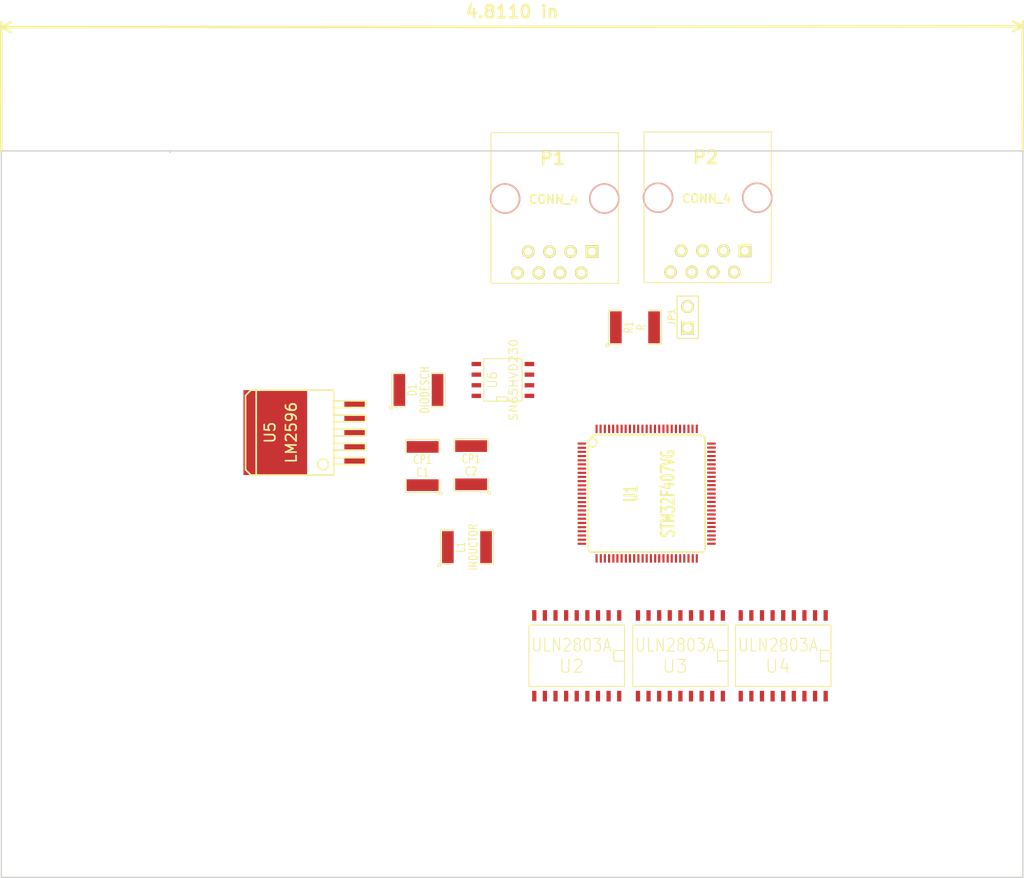
<source format=kicad_pcb>
(kicad_pcb (version 3) (host pcbnew "(2013-09-28 BZR 4356)-product")

  (general
    (links 66)
    (no_connects 66)
    (area 0 0 0 0)
    (thickness 1.6)
    (drawings 7)
    (tracks 0)
    (zones 0)
    (modules 14)
    (nets 122)
  )

  (page A4)
  (layers
    (15 F.Cu signal)
    (0 B.Cu signal)
    (16 B.Adhes user)
    (17 F.Adhes user)
    (18 B.Paste user)
    (19 F.Paste user)
    (20 B.SilkS user)
    (21 F.SilkS user)
    (22 B.Mask user)
    (23 F.Mask user)
    (24 Dwgs.User user)
    (25 Cmts.User user)
    (26 Eco1.User user)
    (27 Eco2.User user)
    (28 Edge.Cuts user)
  )

  (setup
    (last_trace_width 0.254)
    (trace_clearance 0.254)
    (zone_clearance 0.508)
    (zone_45_only no)
    (trace_min 0.254)
    (segment_width 0.2)
    (edge_width 0.15)
    (via_size 0.889)
    (via_drill 0.635)
    (via_min_size 0.889)
    (via_min_drill 0.508)
    (uvia_size 0.508)
    (uvia_drill 0.127)
    (uvias_allowed no)
    (uvia_min_size 0.508)
    (uvia_min_drill 0.127)
    (pcb_text_width 0.3)
    (pcb_text_size 1.5 1.5)
    (mod_edge_width 0.15)
    (mod_text_size 1.5 1.5)
    (mod_text_width 0.15)
    (pad_size 0.508 1.27)
    (pad_drill 0)
    (pad_to_mask_clearance 0.2)
    (aux_axis_origin 0 0)
    (visible_elements 7FFFFFFF)
    (pcbplotparams
      (layerselection 3178497)
      (usegerberextensions true)
      (excludeedgelayer true)
      (linewidth 0.150000)
      (plotframeref false)
      (viasonmask false)
      (mode 1)
      (useauxorigin false)
      (hpglpennumber 1)
      (hpglpenspeed 20)
      (hpglpendiameter 15)
      (hpglpenoverlay 2)
      (psnegative false)
      (psa4output false)
      (plotreference true)
      (plotvalue true)
      (plotothertext true)
      (plotinvisibletext false)
      (padsonsilk false)
      (subtractmaskfromsilk false)
      (outputformat 1)
      (mirror false)
      (drillshape 1)
      (scaleselection 1)
      (outputdirectory ""))
  )

  (net 0 "")
  (net 1 /b1)
  (net 2 /b10)
  (net 3 /b11)
  (net 4 /b12)
  (net 5 /b13)
  (net 6 /b14)
  (net 7 /b15)
  (net 8 /b16)
  (net 9 /b17)
  (net 10 /b18)
  (net 11 /b19)
  (net 12 /b2)
  (net 13 /b20)
  (net 14 /b21)
  (net 15 /b22)
  (net 16 /b23)
  (net 17 /b24)
  (net 18 /b3)
  (net 19 /b4)
  (net 20 /b5)
  (net 21 /b6)
  (net 22 /b7)
  (net 23 /b8)
  (net 24 /b9)
  (net 25 12v)
  (net 26 3v3)
  (net 27 Net-<D1-Pad2>)
  (net 28 Net-<JP1-Pad1>)
  (net 29 Net-<U1-Pad12>)
  (net 30 Net-<U1-Pad13>)
  (net 31 Net-<U1-Pad15>)
  (net 32 Net-<U1-Pad16>)
  (net 33 Net-<U1-Pad17>)
  (net 34 Net-<U1-Pad18>)
  (net 35 Net-<U1-Pad19>)
  (net 36 Net-<U1-Pad1>)
  (net 37 Net-<U1-Pad23>)
  (net 38 Net-<U1-Pad24>)
  (net 39 Net-<U1-Pad2>)
  (net 40 Net-<U1-Pad3>)
  (net 41 Net-<U1-Pad49>)
  (net 42 Net-<U1-Pad4>)
  (net 43 Net-<U1-Pad55>)
  (net 44 Net-<U1-Pad56>)
  (net 45 Net-<U1-Pad57>)
  (net 46 Net-<U1-Pad58>)
  (net 47 Net-<U1-Pad59>)
  (net 48 Net-<U1-Pad5>)
  (net 49 Net-<U1-Pad60>)
  (net 50 Net-<U1-Pad61>)
  (net 51 Net-<U1-Pad62>)
  (net 52 Net-<U1-Pad63>)
  (net 53 Net-<U1-Pad64>)
  (net 54 Net-<U1-Pad65>)
  (net 55 Net-<U1-Pad66>)
  (net 56 Net-<U1-Pad67>)
  (net 57 Net-<U1-Pad68>)
  (net 58 Net-<U1-Pad69>)
  (net 59 Net-<U1-Pad70>)
  (net 60 Net-<U1-Pad71>)
  (net 61 Net-<U1-Pad73>)
  (net 62 Net-<U1-Pad77>)
  (net 63 Net-<U1-Pad78>)
  (net 64 Net-<U1-Pad79>)
  (net 65 Net-<U1-Pad7>)
  (net 66 Net-<U1-Pad80>)
  (net 67 Net-<U1-Pad81>)
  (net 68 Net-<U1-Pad82>)
  (net 69 Net-<U1-Pad83>)
  (net 70 Net-<U1-Pad84>)
  (net 71 Net-<U1-Pad85>)
  (net 72 Net-<U1-Pad86>)
  (net 73 Net-<U1-Pad87>)
  (net 74 Net-<U1-Pad88>)
  (net 75 Net-<U1-Pad89>)
  (net 76 Net-<U1-Pad8>)
  (net 77 Net-<U1-Pad90>)
  (net 78 Net-<U1-Pad91>)
  (net 79 Net-<U1-Pad92>)
  (net 80 Net-<U1-Pad93>)
  (net 81 Net-<U1-Pad97>)
  (net 82 Net-<U1-Pad98>)
  (net 83 Net-<U1-Pad9>)
  (net 84 Net-<U2-Pad10>)
  (net 85 Net-<U2-Pad11>)
  (net 86 Net-<U2-Pad12>)
  (net 87 Net-<U2-Pad13>)
  (net 88 Net-<U2-Pad14>)
  (net 89 Net-<U2-Pad15>)
  (net 90 Net-<U2-Pad16>)
  (net 91 Net-<U2-Pad17>)
  (net 92 Net-<U2-Pad18>)
  (net 93 Net-<U3-Pad10>)
  (net 94 Net-<U3-Pad11>)
  (net 95 Net-<U3-Pad12>)
  (net 96 Net-<U3-Pad13>)
  (net 97 Net-<U3-Pad14>)
  (net 98 Net-<U3-Pad15>)
  (net 99 Net-<U3-Pad16>)
  (net 100 Net-<U3-Pad17>)
  (net 101 Net-<U3-Pad18>)
  (net 102 Net-<U4-Pad10>)
  (net 103 Net-<U4-Pad11>)
  (net 104 Net-<U4-Pad12>)
  (net 105 Net-<U4-Pad13>)
  (net 106 Net-<U4-Pad14>)
  (net 107 Net-<U4-Pad15>)
  (net 108 Net-<U4-Pad16>)
  (net 109 Net-<U4-Pad17>)
  (net 110 Net-<U4-Pad18>)
  (net 111 Net-<U6-Pad5>)
  (net 112 can1_rx)
  (net 113 can1_tx)
  (net 114 canh)
  (net 115 canl)
  (net 116 nrst)
  (net 117 swclk)
  (net 118 swdio)
  (net 119 usart2_rx)
  (net 120 usart2_tx)
  (net 121 vss)

  (net_class Default "This is the default net class."
    (clearance 0.254)
    (trace_width 0.254)
    (via_dia 0.889)
    (via_drill 0.635)
    (uvia_dia 0.508)
    (uvia_drill 0.127)
    (add_net "")
    (add_net /b1)
    (add_net /b10)
    (add_net /b11)
    (add_net /b12)
    (add_net /b13)
    (add_net /b14)
    (add_net /b15)
    (add_net /b16)
    (add_net /b17)
    (add_net /b18)
    (add_net /b19)
    (add_net /b2)
    (add_net /b20)
    (add_net /b21)
    (add_net /b22)
    (add_net /b23)
    (add_net /b24)
    (add_net /b3)
    (add_net /b4)
    (add_net /b5)
    (add_net /b6)
    (add_net /b7)
    (add_net /b8)
    (add_net /b9)
    (add_net 12v)
    (add_net 3v3)
    (add_net Net-<D1-Pad2>)
    (add_net Net-<JP1-Pad1>)
    (add_net Net-<U1-Pad12>)
    (add_net Net-<U1-Pad13>)
    (add_net Net-<U1-Pad15>)
    (add_net Net-<U1-Pad16>)
    (add_net Net-<U1-Pad17>)
    (add_net Net-<U1-Pad18>)
    (add_net Net-<U1-Pad19>)
    (add_net Net-<U1-Pad1>)
    (add_net Net-<U1-Pad23>)
    (add_net Net-<U1-Pad24>)
    (add_net Net-<U1-Pad2>)
    (add_net Net-<U1-Pad3>)
    (add_net Net-<U1-Pad49>)
    (add_net Net-<U1-Pad4>)
    (add_net Net-<U1-Pad55>)
    (add_net Net-<U1-Pad56>)
    (add_net Net-<U1-Pad57>)
    (add_net Net-<U1-Pad58>)
    (add_net Net-<U1-Pad59>)
    (add_net Net-<U1-Pad5>)
    (add_net Net-<U1-Pad60>)
    (add_net Net-<U1-Pad61>)
    (add_net Net-<U1-Pad62>)
    (add_net Net-<U1-Pad63>)
    (add_net Net-<U1-Pad64>)
    (add_net Net-<U1-Pad65>)
    (add_net Net-<U1-Pad66>)
    (add_net Net-<U1-Pad67>)
    (add_net Net-<U1-Pad68>)
    (add_net Net-<U1-Pad69>)
    (add_net Net-<U1-Pad70>)
    (add_net Net-<U1-Pad71>)
    (add_net Net-<U1-Pad73>)
    (add_net Net-<U1-Pad77>)
    (add_net Net-<U1-Pad78>)
    (add_net Net-<U1-Pad79>)
    (add_net Net-<U1-Pad7>)
    (add_net Net-<U1-Pad80>)
    (add_net Net-<U1-Pad81>)
    (add_net Net-<U1-Pad82>)
    (add_net Net-<U1-Pad83>)
    (add_net Net-<U1-Pad84>)
    (add_net Net-<U1-Pad85>)
    (add_net Net-<U1-Pad86>)
    (add_net Net-<U1-Pad87>)
    (add_net Net-<U1-Pad88>)
    (add_net Net-<U1-Pad89>)
    (add_net Net-<U1-Pad8>)
    (add_net Net-<U1-Pad90>)
    (add_net Net-<U1-Pad91>)
    (add_net Net-<U1-Pad92>)
    (add_net Net-<U1-Pad93>)
    (add_net Net-<U1-Pad97>)
    (add_net Net-<U1-Pad98>)
    (add_net Net-<U1-Pad9>)
    (add_net Net-<U2-Pad10>)
    (add_net Net-<U2-Pad11>)
    (add_net Net-<U2-Pad12>)
    (add_net Net-<U2-Pad13>)
    (add_net Net-<U2-Pad14>)
    (add_net Net-<U2-Pad15>)
    (add_net Net-<U2-Pad16>)
    (add_net Net-<U2-Pad17>)
    (add_net Net-<U2-Pad18>)
    (add_net Net-<U3-Pad10>)
    (add_net Net-<U3-Pad11>)
    (add_net Net-<U3-Pad12>)
    (add_net Net-<U3-Pad13>)
    (add_net Net-<U3-Pad14>)
    (add_net Net-<U3-Pad15>)
    (add_net Net-<U3-Pad16>)
    (add_net Net-<U3-Pad17>)
    (add_net Net-<U3-Pad18>)
    (add_net Net-<U4-Pad10>)
    (add_net Net-<U4-Pad11>)
    (add_net Net-<U4-Pad12>)
    (add_net Net-<U4-Pad13>)
    (add_net Net-<U4-Pad14>)
    (add_net Net-<U4-Pad15>)
    (add_net Net-<U4-Pad16>)
    (add_net Net-<U4-Pad17>)
    (add_net Net-<U4-Pad18>)
    (add_net Net-<U6-Pad5>)
    (add_net can1_rx)
    (add_net can1_tx)
    (add_net canh)
    (add_net canl)
    (add_net nrst)
    (add_net swclk)
    (add_net swdio)
    (add_net usart2_rx)
    (add_net usart2_tx)
    (add_net vss)
  )

  (module SM1812 (layer F.Cu) (tedit 3D638E5E) (tstamp 526563F1)
    (at 121.7 101.7 90)
    (tags "CMS SM")
    (path /52654FB3)
    (attr smd)
    (fp_text reference C1 (at -0.74676 0 180) (layer F.SilkS)
      (effects (font (size 1.016 0.762) (thickness 0.127)))
    )
    (fp_text value CP1 (at 0.762 0 180) (layer F.SilkS)
      (effects (font (size 1.016 0.762) (thickness 0.127)))
    )
    (fp_circle (center -3.302 2.159) (end -3.175 2.032) (layer F.SilkS) (width 0.127))
    (fp_line (start 1.524 2.032) (end 3.175 2.032) (layer F.SilkS) (width 0.127))
    (fp_line (start 3.175 2.032) (end 3.175 -2.032) (layer F.SilkS) (width 0.127))
    (fp_line (start 3.175 -2.032) (end 1.524 -2.032) (layer F.SilkS) (width 0.127))
    (fp_line (start -1.524 -2.032) (end -3.175 -2.032) (layer F.SilkS) (width 0.127))
    (fp_line (start -3.175 -2.032) (end -3.175 2.032) (layer F.SilkS) (width 0.127))
    (fp_line (start -3.175 2.032) (end -1.524 2.032) (layer F.SilkS) (width 0.127))
    (pad 1 smd rect (at -2.286 0 90) (size 1.397 3.81) (layers F.Cu F.Paste F.Mask)
      (net 25 12v))
    (pad 2 smd rect (at 2.286 0 90) (size 1.397 3.81) (layers F.Cu F.Paste F.Mask)
      (net 121 vss))
    (model smd/chip_cms.wrl
      (at (xyz 0 0 0))
      (scale (xyz 0.21 0.3 0.2))
      (rotate (xyz 0 0 0))
    )
  )

  (module SM1812 (layer F.Cu) (tedit 3D638E5E) (tstamp 526563FE)
    (at 127.5 101.6 90)
    (tags "CMS SM")
    (path /526550D9)
    (attr smd)
    (fp_text reference C2 (at -0.74676 0 180) (layer F.SilkS)
      (effects (font (size 1.016 0.762) (thickness 0.127)))
    )
    (fp_text value CP1 (at 0.762 0 180) (layer F.SilkS)
      (effects (font (size 1.016 0.762) (thickness 0.127)))
    )
    (fp_circle (center -3.302 2.159) (end -3.175 2.032) (layer F.SilkS) (width 0.127))
    (fp_line (start 1.524 2.032) (end 3.175 2.032) (layer F.SilkS) (width 0.127))
    (fp_line (start 3.175 2.032) (end 3.175 -2.032) (layer F.SilkS) (width 0.127))
    (fp_line (start 3.175 -2.032) (end 1.524 -2.032) (layer F.SilkS) (width 0.127))
    (fp_line (start -1.524 -2.032) (end -3.175 -2.032) (layer F.SilkS) (width 0.127))
    (fp_line (start -3.175 -2.032) (end -3.175 2.032) (layer F.SilkS) (width 0.127))
    (fp_line (start -3.175 2.032) (end -1.524 2.032) (layer F.SilkS) (width 0.127))
    (pad 1 smd rect (at -2.286 0 90) (size 1.397 3.81) (layers F.Cu F.Paste F.Mask)
      (net 26 3v3))
    (pad 2 smd rect (at 2.286 0 90) (size 1.397 3.81) (layers F.Cu F.Paste F.Mask)
      (net 121 vss))
    (model smd/chip_cms.wrl
      (at (xyz 0 0 0))
      (scale (xyz 0.21 0.3 0.2))
      (rotate (xyz 0 0 0))
    )
  )

  (module SM1812 (layer F.Cu) (tedit 3D638E5E) (tstamp 5265640B)
    (at 121.2 92.6)
    (tags "CMS SM")
    (path /526550B1)
    (attr smd)
    (fp_text reference D1 (at -0.74676 0 90) (layer F.SilkS)
      (effects (font (size 1.016 0.762) (thickness 0.127)))
    )
    (fp_text value DIODESCH (at 0.762 0 90) (layer F.SilkS)
      (effects (font (size 1.016 0.762) (thickness 0.127)))
    )
    (fp_circle (center -3.302 2.159) (end -3.175 2.032) (layer F.SilkS) (width 0.127))
    (fp_line (start 1.524 2.032) (end 3.175 2.032) (layer F.SilkS) (width 0.127))
    (fp_line (start 3.175 2.032) (end 3.175 -2.032) (layer F.SilkS) (width 0.127))
    (fp_line (start 3.175 -2.032) (end 1.524 -2.032) (layer F.SilkS) (width 0.127))
    (fp_line (start -1.524 -2.032) (end -3.175 -2.032) (layer F.SilkS) (width 0.127))
    (fp_line (start -3.175 -2.032) (end -3.175 2.032) (layer F.SilkS) (width 0.127))
    (fp_line (start -3.175 2.032) (end -1.524 2.032) (layer F.SilkS) (width 0.127))
    (pad 1 smd rect (at -2.286 0) (size 1.397 3.81) (layers F.Cu F.Paste F.Mask)
      (net 121 vss))
    (pad 2 smd rect (at 2.286 0) (size 1.397 3.81) (layers F.Cu F.Paste F.Mask)
      (net 27 Net-<D1-Pad2>))
    (model smd/chip_cms.wrl
      (at (xyz 0 0 0))
      (scale (xyz 0.21 0.3 0.2))
      (rotate (xyz 0 0 0))
    )
  )

  (module PIN_ARRAY_2X1 (layer F.Cu) (tedit 4565C520) (tstamp 52656415)
    (at 153.4 83.9 90)
    (descr "Connecteurs 2 pins")
    (tags "CONN DEV")
    (path /526556F0)
    (fp_text reference JP1 (at 0 -1.905 90) (layer F.SilkS)
      (effects (font (size 0.762 0.762) (thickness 0.1524)))
    )
    (fp_text value JUMPER (at 0 -1.905 90) (layer F.SilkS) hide
      (effects (font (size 0.762 0.762) (thickness 0.1524)))
    )
    (fp_line (start -2.54 1.27) (end -2.54 -1.27) (layer F.SilkS) (width 0.1524))
    (fp_line (start -2.54 -1.27) (end 2.54 -1.27) (layer F.SilkS) (width 0.1524))
    (fp_line (start 2.54 -1.27) (end 2.54 1.27) (layer F.SilkS) (width 0.1524))
    (fp_line (start 2.54 1.27) (end -2.54 1.27) (layer F.SilkS) (width 0.1524))
    (pad 1 thru_hole rect (at -1.27 0 90) (size 1.524 1.524) (drill 1.016) (layers *.Cu *.Mask F.SilkS)
      (net 28 Net-<JP1-Pad1>))
    (pad 2 thru_hole circle (at 1.27 0 90) (size 1.524 1.524) (drill 1.016) (layers *.Cu *.Mask F.SilkS)
      (net 115 canl))
    (model pin_array/pins_array_2x1.wrl
      (at (xyz 0 0 0))
      (scale (xyz 1 1 1))
      (rotate (xyz 0 0 0))
    )
  )

  (module SM1812 (layer F.Cu) (tedit 3D638E5E) (tstamp 52656422)
    (at 127 111.4)
    (tags "CMS SM")
    (path /526550C5)
    (attr smd)
    (fp_text reference L1 (at -0.74676 0 90) (layer F.SilkS)
      (effects (font (size 1.016 0.762) (thickness 0.127)))
    )
    (fp_text value INDUCTOR (at 0.762 0 90) (layer F.SilkS)
      (effects (font (size 1.016 0.762) (thickness 0.127)))
    )
    (fp_circle (center -3.302 2.159) (end -3.175 2.032) (layer F.SilkS) (width 0.127))
    (fp_line (start 1.524 2.032) (end 3.175 2.032) (layer F.SilkS) (width 0.127))
    (fp_line (start 3.175 2.032) (end 3.175 -2.032) (layer F.SilkS) (width 0.127))
    (fp_line (start 3.175 -2.032) (end 1.524 -2.032) (layer F.SilkS) (width 0.127))
    (fp_line (start -1.524 -2.032) (end -3.175 -2.032) (layer F.SilkS) (width 0.127))
    (fp_line (start -3.175 -2.032) (end -3.175 2.032) (layer F.SilkS) (width 0.127))
    (fp_line (start -3.175 2.032) (end -1.524 2.032) (layer F.SilkS) (width 0.127))
    (pad 1 smd rect (at -2.286 0) (size 1.397 3.81) (layers F.Cu F.Paste F.Mask)
      (net 27 Net-<D1-Pad2>))
    (pad 2 smd rect (at 2.286 0) (size 1.397 3.81) (layers F.Cu F.Paste F.Mask)
      (net 26 3v3))
    (model smd/chip_cms.wrl
      (at (xyz 0 0 0))
      (scale (xyz 0.21 0.3 0.2))
      (rotate (xyz 0 0 0))
    )
  )

  (module RJ45_8 (layer F.Cu) (tedit 4745DA96) (tstamp 52656434)
    (at 137.5 69.7 180)
    (tags RJ45)
    (path /52655589)
    (fp_text reference P1 (at 0.254 4.826 180) (layer F.SilkS)
      (effects (font (thickness 0.3048)))
    )
    (fp_text value CONN_4 (at 0.14224 -0.1016 180) (layer F.SilkS)
      (effects (font (size 1.00076 1.00076) (thickness 0.2032)))
    )
    (fp_line (start -7.62 7.874) (end 7.62 7.874) (layer F.SilkS) (width 0.127))
    (fp_line (start 7.62 7.874) (end 7.62 -10.16) (layer F.SilkS) (width 0.127))
    (fp_line (start 7.62 -10.16) (end -7.62 -10.16) (layer F.SilkS) (width 0.127))
    (fp_line (start -7.62 -10.16) (end -7.62 7.874) (layer F.SilkS) (width 0.127))
    (pad Hole np_thru_hole circle (at 5.93852 0 180) (size 3.64998 3.64998) (drill 3.2512) (layers *.Cu *.SilkS *.Mask))
    (pad Hole np_thru_hole circle (at -5.9309 0 180) (size 3.64998 3.64998) (drill 3.2512) (layers *.Cu *.SilkS *.Mask))
    (pad 1 thru_hole rect (at -4.445 -6.35 180) (size 1.50114 1.50114) (drill 0.89916) (layers *.Cu *.Mask F.SilkS)
      (net 25 12v))
    (pad 2 thru_hole circle (at -3.175 -8.89 180) (size 1.50114 1.50114) (drill 0.89916) (layers *.Cu *.Mask F.SilkS)
      (net 114 canh))
    (pad 3 thru_hole circle (at -1.905 -6.35 180) (size 1.50114 1.50114) (drill 0.89916) (layers *.Cu *.Mask F.SilkS)
      (net 115 canl))
    (pad 4 thru_hole circle (at -0.635 -8.89 180) (size 1.50114 1.50114) (drill 0.89916) (layers *.Cu *.Mask F.SilkS)
      (net 121 vss))
    (pad 5 thru_hole circle (at 0.635 -6.35 180) (size 1.50114 1.50114) (drill 0.89916) (layers *.Cu *.Mask F.SilkS))
    (pad 6 thru_hole circle (at 1.905 -8.89 180) (size 1.50114 1.50114) (drill 0.89916) (layers *.Cu *.Mask F.SilkS))
    (pad 7 thru_hole circle (at 3.175 -6.35 180) (size 1.50114 1.50114) (drill 0.89916) (layers *.Cu *.Mask F.SilkS))
    (pad 8 thru_hole circle (at 4.445 -8.89 180) (size 1.50114 1.50114) (drill 0.89916) (layers *.Cu *.Mask F.SilkS))
    (model connectors/RJ45_8.wrl
      (at (xyz 0 0 0))
      (scale (xyz 0.4 0.4 0.4))
      (rotate (xyz 0 0 0))
    )
  )

  (module RJ45_8 (layer F.Cu) (tedit 4745DA96) (tstamp 52656446)
    (at 155.8 69.6 180)
    (tags RJ45)
    (path /5265559D)
    (fp_text reference P2 (at 0.254 4.826 180) (layer F.SilkS)
      (effects (font (thickness 0.3048)))
    )
    (fp_text value CONN_4 (at 0.14224 -0.1016 180) (layer F.SilkS)
      (effects (font (size 1.00076 1.00076) (thickness 0.2032)))
    )
    (fp_line (start -7.62 7.874) (end 7.62 7.874) (layer F.SilkS) (width 0.127))
    (fp_line (start 7.62 7.874) (end 7.62 -10.16) (layer F.SilkS) (width 0.127))
    (fp_line (start 7.62 -10.16) (end -7.62 -10.16) (layer F.SilkS) (width 0.127))
    (fp_line (start -7.62 -10.16) (end -7.62 7.874) (layer F.SilkS) (width 0.127))
    (pad Hole np_thru_hole circle (at 5.93852 0 180) (size 3.64998 3.64998) (drill 3.2512) (layers *.Cu *.SilkS *.Mask))
    (pad Hole np_thru_hole circle (at -5.9309 0 180) (size 3.64998 3.64998) (drill 3.2512) (layers *.Cu *.SilkS *.Mask))
    (pad 1 thru_hole rect (at -4.445 -6.35 180) (size 1.50114 1.50114) (drill 0.89916) (layers *.Cu *.Mask F.SilkS)
      (net 25 12v))
    (pad 2 thru_hole circle (at -3.175 -8.89 180) (size 1.50114 1.50114) (drill 0.89916) (layers *.Cu *.Mask F.SilkS)
      (net 114 canh))
    (pad 3 thru_hole circle (at -1.905 -6.35 180) (size 1.50114 1.50114) (drill 0.89916) (layers *.Cu *.Mask F.SilkS)
      (net 115 canl))
    (pad 4 thru_hole circle (at -0.635 -8.89 180) (size 1.50114 1.50114) (drill 0.89916) (layers *.Cu *.Mask F.SilkS)
      (net 121 vss))
    (pad 5 thru_hole circle (at 0.635 -6.35 180) (size 1.50114 1.50114) (drill 0.89916) (layers *.Cu *.Mask F.SilkS))
    (pad 6 thru_hole circle (at 1.905 -8.89 180) (size 1.50114 1.50114) (drill 0.89916) (layers *.Cu *.Mask F.SilkS))
    (pad 7 thru_hole circle (at 3.175 -6.35 180) (size 1.50114 1.50114) (drill 0.89916) (layers *.Cu *.Mask F.SilkS))
    (pad 8 thru_hole circle (at 4.445 -8.89 180) (size 1.50114 1.50114) (drill 0.89916) (layers *.Cu *.Mask F.SilkS))
    (model connectors/RJ45_8.wrl
      (at (xyz 0 0 0))
      (scale (xyz 0.4 0.4 0.4))
      (rotate (xyz 0 0 0))
    )
  )

  (module SM1812 (layer F.Cu) (tedit 3D638E5E) (tstamp 52656453)
    (at 147.1 85.1)
    (tags "CMS SM")
    (path /526556DC)
    (attr smd)
    (fp_text reference R1 (at -0.74676 0 90) (layer F.SilkS)
      (effects (font (size 1.016 0.762) (thickness 0.127)))
    )
    (fp_text value R (at 0.762 0 90) (layer F.SilkS)
      (effects (font (size 1.016 0.762) (thickness 0.127)))
    )
    (fp_circle (center -3.302 2.159) (end -3.175 2.032) (layer F.SilkS) (width 0.127))
    (fp_line (start 1.524 2.032) (end 3.175 2.032) (layer F.SilkS) (width 0.127))
    (fp_line (start 3.175 2.032) (end 3.175 -2.032) (layer F.SilkS) (width 0.127))
    (fp_line (start 3.175 -2.032) (end 1.524 -2.032) (layer F.SilkS) (width 0.127))
    (fp_line (start -1.524 -2.032) (end -3.175 -2.032) (layer F.SilkS) (width 0.127))
    (fp_line (start -3.175 -2.032) (end -3.175 2.032) (layer F.SilkS) (width 0.127))
    (fp_line (start -3.175 2.032) (end -1.524 2.032) (layer F.SilkS) (width 0.127))
    (pad 1 smd rect (at -2.286 0) (size 1.397 3.81) (layers F.Cu F.Paste F.Mask)
      (net 114 canh))
    (pad 2 smd rect (at 2.286 0) (size 1.397 3.81) (layers F.Cu F.Paste F.Mask)
      (net 28 Net-<JP1-Pad1>))
    (model smd/chip_cms.wrl
      (at (xyz 0 0 0))
      (scale (xyz 0.21 0.3 0.2))
      (rotate (xyz 0 0 0))
    )
  )

  (module SO8N (layer F.Cu) (tedit 45127296) (tstamp 52656532)
    (at 131.3 91.4 90)
    (descr "Module CMS SOJ 8 pins large")
    (tags "CMS SOJ")
    (path /5265548F)
    (attr smd)
    (fp_text reference U6 (at 0 -1.27 90) (layer F.SilkS)
      (effects (font (size 1.143 1.016) (thickness 0.127)))
    )
    (fp_text value SN65HVD230 (at 0 1.27 90) (layer F.SilkS)
      (effects (font (size 1.016 1.016) (thickness 0.127)))
    )
    (fp_line (start -2.54 -2.286) (end 2.54 -2.286) (layer F.SilkS) (width 0.127))
    (fp_line (start 2.54 -2.286) (end 2.54 2.286) (layer F.SilkS) (width 0.127))
    (fp_line (start 2.54 2.286) (end -2.54 2.286) (layer F.SilkS) (width 0.127))
    (fp_line (start -2.54 2.286) (end -2.54 -2.286) (layer F.SilkS) (width 0.127))
    (fp_line (start -2.54 -0.762) (end -2.032 -0.762) (layer F.SilkS) (width 0.127))
    (fp_line (start -2.032 -0.762) (end -2.032 0.508) (layer F.SilkS) (width 0.127))
    (fp_line (start -2.032 0.508) (end -2.54 0.508) (layer F.SilkS) (width 0.127))
    (pad 8 smd rect (at -1.905 -3.175 90) (size 0.508 1.143) (layers F.Cu F.Paste F.Mask)
      (net 121 vss))
    (pad 7 smd rect (at -0.635 -3.175 90) (size 0.508 1.143) (layers F.Cu F.Paste F.Mask)
      (net 114 canh))
    (pad 6 smd rect (at 0.635 -3.175 90) (size 0.508 1.143) (layers F.Cu F.Paste F.Mask)
      (net 115 canl))
    (pad 5 smd rect (at 1.905 -3.175 90) (size 0.508 1.143) (layers F.Cu F.Paste F.Mask)
      (net 111 Net-<U6-Pad5>))
    (pad 4 smd rect (at 1.905 3.175 90) (size 0.508 1.143) (layers F.Cu F.Paste F.Mask)
      (net 112 can1_rx))
    (pad 3 smd rect (at 0.635 3.175 90) (size 0.508 1.143) (layers F.Cu F.Paste F.Mask)
      (net 26 3v3))
    (pad 2 smd rect (at -0.635 3.175 90) (size 0.508 1.143) (layers F.Cu F.Paste F.Mask)
      (net 121 vss))
    (pad 1 smd rect (at -1.905 3.175 90) (size 0.508 1.143) (layers F.Cu F.Paste F.Mask)
      (net 113 can1_tx))
    (model smd/cms_so8.wrl
      (at (xyz 0 0 0))
      (scale (xyz 0.5 0.38 0.5))
      (rotate (xyz 0 0 0))
    )
  )

  (module VQFP100 (layer F.Cu) (tedit 3D86F9E3) (tstamp 5265BF17)
    (at 148.5011 105.0036 90)
    (descr "Module CMS Vqfp 100 pins")
    (tags "CMS VQFP")
    (path /526537C3)
    (attr smd)
    (fp_text reference U1 (at 0 -1.905 90) (layer F.SilkS)
      (effects (font (size 1.524 1.016) (thickness 0.3048)))
    )
    (fp_text value STM32F407VG (at 0 2.54 90) (layer F.SilkS)
      (effects (font (size 1.524 1.016) (thickness 0.3048)))
    )
    (fp_circle (center 6.096 -6.477) (end 6.096 -6.985) (layer F.SilkS) (width 0.2032))
    (fp_line (start 6.985 -6.35) (end 6.35 -6.985) (layer F.SilkS) (width 0.2032))
    (fp_line (start -6.985 -6.731) (end -6.731 -6.985) (layer F.SilkS) (width 0.2032))
    (fp_line (start -6.985 6.731) (end -6.731 6.985) (layer F.SilkS) (width 0.2032))
    (fp_line (start 6.731 6.985) (end 6.985 6.731) (layer F.SilkS) (width 0.2032))
    (fp_line (start 6.35 -6.985) (end -6.731 -6.985) (layer F.SilkS) (width 0.2032))
    (fp_line (start -6.985 -6.731) (end -6.985 6.731) (layer F.SilkS) (width 0.2032))
    (fp_line (start -6.731 6.985) (end 6.731 6.985) (layer F.SilkS) (width 0.2032))
    (fp_line (start 6.985 6.731) (end 6.985 -6.35) (layer F.SilkS) (width 0.2032))
    (pad 100 smd rect (at 7.747 -5.9944 90) (size 1.016 0.254) (layers F.Cu F.Paste F.Mask)
      (net 26 3v3))
    (pad 76 smd rect (at 7.747 5.9944 90) (size 1.016 0.254) (layers F.Cu F.Paste F.Mask)
      (net 117 swclk))
    (pad 77 smd rect (at 7.747 5.4864 90) (size 1.016 0.254) (layers F.Cu F.Paste F.Mask)
      (net 62 Net-<U1-Pad77>))
    (pad 78 smd rect (at 7.747 5.0038 90) (size 1.016 0.254) (layers F.Cu F.Paste F.Mask)
      (net 63 Net-<U1-Pad78>))
    (pad 79 smd rect (at 7.747 4.4958 90) (size 1.016 0.254) (layers F.Cu F.Paste F.Mask)
      (net 64 Net-<U1-Pad79>))
    (pad 80 smd rect (at 7.747 3.9878 90) (size 1.016 0.254) (layers F.Cu F.Paste F.Mask)
      (net 66 Net-<U1-Pad80>))
    (pad 81 smd rect (at 7.747 3.5052 90) (size 1.016 0.254) (layers F.Cu F.Paste F.Mask)
      (net 67 Net-<U1-Pad81>))
    (pad 82 smd rect (at 7.747 2.9972 90) (size 1.016 0.254) (layers F.Cu F.Paste F.Mask)
      (net 68 Net-<U1-Pad82>))
    (pad 83 smd rect (at 7.747 2.4892 90) (size 1.016 0.254) (layers F.Cu F.Paste F.Mask)
      (net 69 Net-<U1-Pad83>))
    (pad 84 smd rect (at 7.747 2.0066 90) (size 1.016 0.254) (layers F.Cu F.Paste F.Mask)
      (net 70 Net-<U1-Pad84>))
    (pad 85 smd rect (at 7.747 1.4986 90) (size 1.016 0.254) (layers F.Cu F.Paste F.Mask)
      (net 71 Net-<U1-Pad85>))
    (pad 86 smd rect (at 7.747 0.9906 90) (size 1.016 0.254) (layers F.Cu F.Paste F.Mask)
      (net 72 Net-<U1-Pad86>))
    (pad 87 smd rect (at 7.747 0.4826 90) (size 1.016 0.254) (layers F.Cu F.Paste F.Mask)
      (net 73 Net-<U1-Pad87>))
    (pad 88 smd rect (at 7.747 0 90) (size 1.016 0.254) (layers F.Cu F.Paste F.Mask)
      (net 74 Net-<U1-Pad88>))
    (pad 89 smd rect (at 7.747 -0.508 90) (size 1.016 0.254) (layers F.Cu F.Paste F.Mask)
      (net 75 Net-<U1-Pad89>))
    (pad 90 smd rect (at 7.747 -1.016 90) (size 1.016 0.254) (layers F.Cu F.Paste F.Mask)
      (net 77 Net-<U1-Pad90>))
    (pad 91 smd rect (at 7.747 -1.4986 90) (size 1.016 0.254) (layers F.Cu F.Paste F.Mask)
      (net 78 Net-<U1-Pad91>))
    (pad 92 smd rect (at 7.747 -2.0066 90) (size 1.016 0.254) (layers F.Cu F.Paste F.Mask)
      (net 79 Net-<U1-Pad92>))
    (pad 93 smd rect (at 7.747 -2.5146 90) (size 1.016 0.254) (layers F.Cu F.Paste F.Mask)
      (net 80 Net-<U1-Pad93>))
    (pad 94 smd rect (at 7.747 -2.9972 90) (size 1.016 0.254) (layers F.Cu F.Paste F.Mask)
      (net 121 vss))
    (pad 95 smd rect (at 7.747 -3.5052 90) (size 1.016 0.254) (layers F.Cu F.Paste F.Mask)
      (net 112 can1_rx))
    (pad 96 smd rect (at 7.747 -4.0132 90) (size 1.016 0.254) (layers F.Cu F.Paste F.Mask)
      (net 113 can1_tx))
    (pad 97 smd rect (at 7.747 -4.4958 90) (size 1.016 0.254) (layers F.Cu F.Paste F.Mask)
      (net 81 Net-<U1-Pad97>))
    (pad 98 smd rect (at 7.747 -5.0038 90) (size 1.016 0.254) (layers F.Cu F.Paste F.Mask)
      (net 82 Net-<U1-Pad98>))
    (pad 99 smd rect (at 7.747 -5.5118 90) (size 1.016 0.254) (layers F.Cu F.Paste F.Mask)
      (net 121 vss))
    (pad 75 smd rect (at 5.9944 7.747 90) (size 0.254 1.016) (layers F.Cu F.Paste F.Mask)
      (net 26 3v3))
    (pad 51 smd rect (at -5.9944 7.747 90) (size 0.254 1.016) (layers F.Cu F.Paste F.Mask)
      (net 14 /b21))
    (pad 52 smd rect (at -5.4864 7.747 90) (size 0.254 1.016) (layers F.Cu F.Paste F.Mask)
      (net 15 /b22))
    (pad 53 smd rect (at -5.0038 7.747 90) (size 0.254 1.016) (layers F.Cu F.Paste F.Mask)
      (net 16 /b23))
    (pad 54 smd rect (at -4.4958 7.747 90) (size 0.254 1.016) (layers F.Cu F.Paste F.Mask)
      (net 17 /b24))
    (pad 55 smd rect (at -3.9878 7.747 90) (size 0.254 1.016) (layers F.Cu F.Paste F.Mask)
      (net 43 Net-<U1-Pad55>))
    (pad 56 smd rect (at -3.5052 7.747 90) (size 0.254 1.016) (layers F.Cu F.Paste F.Mask)
      (net 44 Net-<U1-Pad56>))
    (pad 57 smd rect (at -2.9972 7.747 90) (size 0.254 1.016) (layers F.Cu F.Paste F.Mask)
      (net 45 Net-<U1-Pad57>))
    (pad 58 smd rect (at -2.4892 7.747 90) (size 0.254 1.016) (layers F.Cu F.Paste F.Mask)
      (net 46 Net-<U1-Pad58>))
    (pad 59 smd rect (at -2.0066 7.747 90) (size 0.254 1.016) (layers F.Cu F.Paste F.Mask)
      (net 47 Net-<U1-Pad59>))
    (pad 60 smd rect (at -1.4986 7.747 90) (size 0.254 1.016) (layers F.Cu F.Paste F.Mask)
      (net 49 Net-<U1-Pad60>))
    (pad 61 smd rect (at -0.9906 7.747 90) (size 0.254 1.016) (layers F.Cu F.Paste F.Mask)
      (net 50 Net-<U1-Pad61>))
    (pad 62 smd rect (at -0.4826 7.747 90) (size 0.254 1.016) (layers F.Cu F.Paste F.Mask)
      (net 51 Net-<U1-Pad62>))
    (pad 63 smd rect (at 0 7.747 90) (size 0.254 1.016) (layers F.Cu F.Paste F.Mask)
      (net 52 Net-<U1-Pad63>))
    (pad 64 smd rect (at 0.508 7.747 90) (size 0.254 1.016) (layers F.Cu F.Paste F.Mask)
      (net 53 Net-<U1-Pad64>))
    (pad 65 smd rect (at 1.016 7.747 90) (size 0.254 1.016) (layers F.Cu F.Paste F.Mask)
      (net 54 Net-<U1-Pad65>))
    (pad 66 smd rect (at 1.4986 7.747 90) (size 0.254 1.016) (layers F.Cu F.Paste F.Mask)
      (net 55 Net-<U1-Pad66>))
    (pad 67 smd rect (at 2.0066 7.747 90) (size 0.254 1.016) (layers F.Cu F.Paste F.Mask)
      (net 56 Net-<U1-Pad67>))
    (pad 68 smd rect (at 2.5146 7.747 90) (size 0.254 1.016) (layers F.Cu F.Paste F.Mask)
      (net 57 Net-<U1-Pad68>))
    (pad 69 smd rect (at 2.9972 7.747 90) (size 0.254 1.016) (layers F.Cu F.Paste F.Mask)
      (net 58 Net-<U1-Pad69>))
    (pad 70 smd rect (at 3.5052 7.747 90) (size 0.254 1.016) (layers F.Cu F.Paste F.Mask)
      (net 59 Net-<U1-Pad70>))
    (pad 71 smd rect (at 4.0132 7.747 90) (size 0.254 1.016) (layers F.Cu F.Paste F.Mask)
      (net 60 Net-<U1-Pad71>))
    (pad 72 smd rect (at 4.4958 7.747 90) (size 0.254 1.016) (layers F.Cu F.Paste F.Mask)
      (net 118 swdio))
    (pad 73 smd rect (at 5.0038 7.747 90) (size 0.254 1.016) (layers F.Cu F.Paste F.Mask)
      (net 61 Net-<U1-Pad73>))
    (pad 74 smd rect (at 5.5118 7.747 90) (size 0.254 1.016) (layers F.Cu F.Paste F.Mask)
      (net 121 vss))
    (pad 1 smd rect (at 5.9944 -7.747 90) (size 0.254 1.016) (layers F.Cu F.Paste F.Mask)
      (net 36 Net-<U1-Pad1>))
    (pad 2 smd rect (at 5.4864 -7.747 90) (size 0.254 1.016) (layers F.Cu F.Paste F.Mask)
      (net 39 Net-<U1-Pad2>))
    (pad 3 smd rect (at 5.0038 -7.747 90) (size 0.254 1.016) (layers F.Cu F.Paste F.Mask)
      (net 40 Net-<U1-Pad3>))
    (pad 4 smd rect (at 4.4958 -7.747 90) (size 0.254 1.016) (layers F.Cu F.Paste F.Mask)
      (net 42 Net-<U1-Pad4>))
    (pad 5 smd rect (at 3.9878 -7.747 90) (size 0.254 1.016) (layers F.Cu F.Paste F.Mask)
      (net 48 Net-<U1-Pad5>))
    (pad 6 smd rect (at 3.5052 -7.747 90) (size 0.254 1.016) (layers F.Cu F.Paste F.Mask)
      (net 26 3v3))
    (pad 7 smd rect (at 2.9972 -7.747 90) (size 0.254 1.016) (layers F.Cu F.Paste F.Mask)
      (net 65 Net-<U1-Pad7>))
    (pad 8 smd rect (at 2.4892 -7.747 90) (size 0.254 1.016) (layers F.Cu F.Paste F.Mask)
      (net 76 Net-<U1-Pad8>))
    (pad 9 smd rect (at 2.0066 -7.747 90) (size 0.254 1.016) (layers F.Cu F.Paste F.Mask)
      (net 83 Net-<U1-Pad9>))
    (pad 10 smd rect (at 1.4986 -7.747 90) (size 0.254 1.016) (layers F.Cu F.Paste F.Mask)
      (net 121 vss))
    (pad 11 smd rect (at 0.9906 -7.747 90) (size 0.254 1.016) (layers F.Cu F.Paste F.Mask)
      (net 26 3v3))
    (pad 12 smd rect (at 0.4826 -7.747 90) (size 0.254 1.016) (layers F.Cu F.Paste F.Mask)
      (net 29 Net-<U1-Pad12>))
    (pad 13 smd rect (at 0 -7.747 90) (size 0.254 1.016) (layers F.Cu F.Paste F.Mask)
      (net 30 Net-<U1-Pad13>))
    (pad 14 smd rect (at -0.508 -7.747 90) (size 0.254 1.016) (layers F.Cu F.Paste F.Mask)
      (net 116 nrst))
    (pad 15 smd rect (at -1.016 -7.747 90) (size 0.254 1.016) (layers F.Cu F.Paste F.Mask)
      (net 31 Net-<U1-Pad15>))
    (pad 16 smd rect (at -1.4986 -7.747 90) (size 0.254 1.016) (layers F.Cu F.Paste F.Mask)
      (net 32 Net-<U1-Pad16>))
    (pad 17 smd rect (at -2.0066 -7.747 90) (size 0.254 1.016) (layers F.Cu F.Paste F.Mask)
      (net 33 Net-<U1-Pad17>))
    (pad 18 smd rect (at -2.5146 -7.747 90) (size 0.254 1.016) (layers F.Cu F.Paste F.Mask)
      (net 34 Net-<U1-Pad18>))
    (pad 19 smd rect (at -2.9972 -7.747 90) (size 0.254 1.016) (layers F.Cu F.Paste F.Mask)
      (net 35 Net-<U1-Pad19>))
    (pad 20 smd rect (at -3.5052 -7.747 90) (size 0.254 1.016) (layers F.Cu F.Paste F.Mask)
      (net 121 vss))
    (pad 21 smd rect (at -4.0132 -7.747 90) (size 0.254 1.016) (layers F.Cu F.Paste F.Mask)
      (net 26 3v3))
    (pad 22 smd rect (at -4.4958 -7.747 90) (size 0.254 1.016) (layers F.Cu F.Paste F.Mask)
      (net 26 3v3))
    (pad 23 smd rect (at -5.0038 -7.747 90) (size 0.254 1.016) (layers F.Cu F.Paste F.Mask)
      (net 37 Net-<U1-Pad23>))
    (pad 24 smd rect (at -5.5118 -7.747 90) (size 0.254 1.016) (layers F.Cu F.Paste F.Mask)
      (net 38 Net-<U1-Pad24>))
    (pad 25 smd rect (at -5.9944 -7.747 90) (size 0.254 1.016) (layers F.Cu F.Paste F.Mask)
      (net 120 usart2_tx))
    (pad 26 smd rect (at -7.747 -5.9944 90) (size 1.016 0.254) (layers F.Cu F.Paste F.Mask)
      (net 119 usart2_rx))
    (pad 27 smd rect (at -7.747 -5.4864 90) (size 1.016 0.254) (layers F.Cu F.Paste F.Mask)
      (net 121 vss))
    (pad 28 smd rect (at -7.747 -5.0038 90) (size 1.016 0.254) (layers F.Cu F.Paste F.Mask)
      (net 26 3v3))
    (pad 29 smd rect (at -7.747 -4.4958 90) (size 1.016 0.254) (layers F.Cu F.Paste F.Mask)
      (net 1 /b1))
    (pad 30 smd rect (at -7.747 -3.9878 90) (size 1.016 0.254) (layers F.Cu F.Paste F.Mask)
      (net 12 /b2))
    (pad 31 smd rect (at -7.747 -3.5052 90) (size 1.016 0.254) (layers F.Cu F.Paste F.Mask)
      (net 18 /b3))
    (pad 32 smd rect (at -7.747 -2.9972 90) (size 1.016 0.254) (layers F.Cu F.Paste F.Mask)
      (net 19 /b4))
    (pad 33 smd rect (at -7.747 -2.4892 90) (size 1.016 0.254) (layers F.Cu F.Paste F.Mask)
      (net 20 /b5))
    (pad 34 smd rect (at -7.747 -2.0066 90) (size 1.016 0.254) (layers F.Cu F.Paste F.Mask)
      (net 21 /b6))
    (pad 35 smd rect (at -7.747 -1.4986 90) (size 1.016 0.254) (layers F.Cu F.Paste F.Mask)
      (net 22 /b7))
    (pad 36 smd rect (at -7.747 -0.9906 90) (size 1.016 0.254) (layers F.Cu F.Paste F.Mask)
      (net 23 /b8))
    (pad 37 smd rect (at -7.747 -0.4826 90) (size 1.016 0.254) (layers F.Cu F.Paste F.Mask)
      (net 24 /b9))
    (pad 38 smd rect (at -7.747 0 90) (size 1.016 0.254) (layers F.Cu F.Paste F.Mask)
      (net 2 /b10))
    (pad 39 smd rect (at -7.747 0.508 90) (size 1.016 0.254) (layers F.Cu F.Paste F.Mask)
      (net 3 /b11))
    (pad 40 smd rect (at -7.747 1.016 90) (size 1.016 0.254) (layers F.Cu F.Paste F.Mask)
      (net 4 /b12))
    (pad 41 smd rect (at -7.747 1.4986 90) (size 1.016 0.254) (layers F.Cu F.Paste F.Mask)
      (net 5 /b13))
    (pad 42 smd rect (at -7.747 2.0066 90) (size 1.016 0.254) (layers F.Cu F.Paste F.Mask)
      (net 6 /b14))
    (pad 43 smd rect (at -7.747 2.5146 90) (size 1.016 0.254) (layers F.Cu F.Paste F.Mask)
      (net 7 /b15))
    (pad 44 smd rect (at -7.747 2.9972 90) (size 1.016 0.254) (layers F.Cu F.Paste F.Mask)
      (net 8 /b16))
    (pad 45 smd rect (at -7.747 3.5052 90) (size 1.016 0.254) (layers F.Cu F.Paste F.Mask)
      (net 9 /b17))
    (pad 46 smd rect (at -7.747 4.0132 90) (size 1.016 0.254) (layers F.Cu F.Paste F.Mask)
      (net 10 /b18))
    (pad 47 smd rect (at -7.747 4.4958 90) (size 1.016 0.254) (layers F.Cu F.Paste F.Mask)
      (net 11 /b19))
    (pad 48 smd rect (at -7.747 5.0038 90) (size 1.016 0.254) (layers F.Cu F.Paste F.Mask)
      (net 13 /b20))
    (pad 49 smd rect (at -7.747 5.5118 90) (size 1.016 0.254) (layers F.Cu F.Paste F.Mask)
      (net 41 Net-<U1-Pad49>))
    (pad 50 smd rect (at -7.747 5.9944 90) (size 1.016 0.254) (layers F.Cu F.Paste F.Mask)
      (net 26 3v3))
    (model smd/vqfp100.wrl
      (at (xyz 0 0 0))
      (scale (xyz 0.394 0.394 0.4))
      (rotate (xyz 0 0 0))
    )
  )

  (module SO18L (layer F.Cu) (tedit 52656F00) (tstamp 526564DC)
    (at 139.5 124.4 180)
    (descr "Cms SOJ 18 pins large")
    (tags "CMS SOJ")
    (path /526537EC)
    (attr smd)
    (fp_text reference U2 (at 0 -1.27 180) (layer F.SilkS)
      (effects (font (thickness 0.127)))
    )
    (fp_text value ULN2803A (at 0 1.27 180) (layer F.SilkS)
      (effects (font (size 1.524 1.27) (thickness 0.127)))
    )
    (fp_line (start 5.08 3.683) (end 5.08 -3.683) (layer F.SilkS) (width 0.127))
    (fp_line (start -6.35 -3.683) (end -6.35 3.683) (layer F.SilkS) (width 0.127))
    (fp_line (start 5.08 3.683) (end -6.35 3.683) (layer F.SilkS) (width 0.127))
    (fp_line (start -6.35 -3.683) (end 5.08 -3.683) (layer F.SilkS) (width 0.127))
    (fp_line (start -6.35 -0.635) (end -5.08 -0.635) (layer F.SilkS) (width 0.127))
    (fp_line (start -5.08 -0.635) (end -5.08 0.635) (layer F.SilkS) (width 0.127))
    (fp_line (start -5.08 0.635) (end -6.35 0.635) (layer F.SilkS) (width 0.127))
    (pad 10 smd rect (at 4.445 -4.826 180) (size 0.508 1.27) (layers F.Cu F.Paste F.Mask)
      (net 84 Net-<U2-Pad10>))
    (pad 11 smd rect (at 3.175 -4.826 180) (size 0.508 1.27) (layers F.Cu F.Paste F.Mask)
      (net 85 Net-<U2-Pad11>))
    (pad 12 smd rect (at 1.905 -4.826 180) (size 0.508 1.27) (layers F.Cu F.Paste F.Mask)
      (net 86 Net-<U2-Pad12>))
    (pad 13 smd rect (at 0.635 -4.826 180) (size 0.508 1.27) (layers F.Cu F.Paste F.Mask)
      (net 87 Net-<U2-Pad13>))
    (pad 14 smd rect (at -0.635 -4.826 180) (size 0.508 1.27) (layers F.Cu F.Paste F.Mask)
      (net 88 Net-<U2-Pad14>))
    (pad 15 smd rect (at -1.905 -4.826 180) (size 0.508 1.27) (layers F.Cu F.Paste F.Mask)
      (net 89 Net-<U2-Pad15>))
    (pad 16 smd rect (at -3.175 -4.826 180) (size 0.508 1.27) (layers F.Cu F.Paste F.Mask)
      (net 90 Net-<U2-Pad16>))
    (pad 17 smd rect (at -4.445 -4.826 180) (size 0.508 1.27) (layers F.Cu F.Paste F.Mask)
      (net 91 Net-<U2-Pad17>))
    (pad 18 smd rect (at -5.715 -4.826 180) (size 0.508 1.27) (layers F.Cu F.Paste F.Mask)
      (net 92 Net-<U2-Pad18>))
    (pad 1 smd rect (at -5.715 4.826 180) (size 0.508 1.27) (layers F.Cu F.Paste F.Mask)
      (net 23 /b8))
    (pad 2 smd rect (at -4.445 4.826 180) (size 0.508 1.27) (layers F.Cu F.Paste F.Mask)
      (net 22 /b7))
    (pad 3 smd rect (at -3.175 4.826 180) (size 0.508 1.27) (layers F.Cu F.Paste F.Mask)
      (net 21 /b6))
    (pad 4 smd rect (at -1.905 4.826 180) (size 0.508 1.27) (layers F.Cu F.Paste F.Mask)
      (net 20 /b5))
    (pad 5 smd rect (at -0.635 4.826 180) (size 0.508 1.27) (layers F.Cu F.Paste F.Mask)
      (net 19 /b4))
    (pad 6 smd rect (at 0.635 4.826 180) (size 0.508 1.27) (layers F.Cu F.Paste F.Mask)
      (net 18 /b3))
    (pad 7 smd rect (at 1.905 4.826 180) (size 0.508 1.27) (layers F.Cu F.Paste F.Mask)
      (net 12 /b2))
    (pad 8 smd rect (at 3.175 4.826 180) (size 0.508 1.27) (layers F.Cu F.Paste F.Mask)
      (net 1 /b1))
    (pad 9 smd rect (at 4.445 4.826 180) (size 0.508 1.27) (layers F.Cu F.Paste F.Mask)
      (net 121 vss))
  )

  (module SO18L (layer F.Cu) (tedit 52656F00) (tstamp 526564F7)
    (at 151.9 124.4 180)
    (descr "Cms SOJ 18 pins large")
    (tags "CMS SOJ")
    (path /52653864)
    (attr smd)
    (fp_text reference U3 (at 0 -1.27 180) (layer F.SilkS)
      (effects (font (thickness 0.127)))
    )
    (fp_text value ULN2803A (at 0 1.27 180) (layer F.SilkS)
      (effects (font (size 1.524 1.27) (thickness 0.127)))
    )
    (fp_line (start 5.08 3.683) (end 5.08 -3.683) (layer F.SilkS) (width 0.127))
    (fp_line (start -6.35 -3.683) (end -6.35 3.683) (layer F.SilkS) (width 0.127))
    (fp_line (start 5.08 3.683) (end -6.35 3.683) (layer F.SilkS) (width 0.127))
    (fp_line (start -6.35 -3.683) (end 5.08 -3.683) (layer F.SilkS) (width 0.127))
    (fp_line (start -6.35 -0.635) (end -5.08 -0.635) (layer F.SilkS) (width 0.127))
    (fp_line (start -5.08 -0.635) (end -5.08 0.635) (layer F.SilkS) (width 0.127))
    (fp_line (start -5.08 0.635) (end -6.35 0.635) (layer F.SilkS) (width 0.127))
    (pad 10 smd rect (at 4.445 -4.826 180) (size 0.508 1.27) (layers F.Cu F.Paste F.Mask)
      (net 93 Net-<U3-Pad10>))
    (pad 11 smd rect (at 3.175 -4.826 180) (size 0.508 1.27) (layers F.Cu F.Paste F.Mask)
      (net 94 Net-<U3-Pad11>))
    (pad 12 smd rect (at 1.905 -4.826 180) (size 0.508 1.27) (layers F.Cu F.Paste F.Mask)
      (net 95 Net-<U3-Pad12>))
    (pad 13 smd rect (at 0.635 -4.826 180) (size 0.508 1.27) (layers F.Cu F.Paste F.Mask)
      (net 96 Net-<U3-Pad13>))
    (pad 14 smd rect (at -0.635 -4.826 180) (size 0.508 1.27) (layers F.Cu F.Paste F.Mask)
      (net 97 Net-<U3-Pad14>))
    (pad 15 smd rect (at -1.905 -4.826 180) (size 0.508 1.27) (layers F.Cu F.Paste F.Mask)
      (net 98 Net-<U3-Pad15>))
    (pad 16 smd rect (at -3.175 -4.826 180) (size 0.508 1.27) (layers F.Cu F.Paste F.Mask)
      (net 99 Net-<U3-Pad16>))
    (pad 17 smd rect (at -4.445 -4.826 180) (size 0.508 1.27) (layers F.Cu F.Paste F.Mask)
      (net 100 Net-<U3-Pad17>))
    (pad 18 smd rect (at -5.715 -4.826 180) (size 0.508 1.27) (layers F.Cu F.Paste F.Mask)
      (net 101 Net-<U3-Pad18>))
    (pad 1 smd rect (at -5.715 4.826 180) (size 0.508 1.27) (layers F.Cu F.Paste F.Mask)
      (net 8 /b16))
    (pad 2 smd rect (at -4.445 4.826 180) (size 0.508 1.27) (layers F.Cu F.Paste F.Mask)
      (net 7 /b15))
    (pad 3 smd rect (at -3.175 4.826 180) (size 0.508 1.27) (layers F.Cu F.Paste F.Mask)
      (net 6 /b14))
    (pad 4 smd rect (at -1.905 4.826 180) (size 0.508 1.27) (layers F.Cu F.Paste F.Mask)
      (net 5 /b13))
    (pad 5 smd rect (at -0.635 4.826 180) (size 0.508 1.27) (layers F.Cu F.Paste F.Mask)
      (net 4 /b12))
    (pad 6 smd rect (at 0.635 4.826 180) (size 0.508 1.27) (layers F.Cu F.Paste F.Mask)
      (net 3 /b11))
    (pad 7 smd rect (at 1.905 4.826 180) (size 0.508 1.27) (layers F.Cu F.Paste F.Mask)
      (net 2 /b10))
    (pad 8 smd rect (at 3.175 4.826 180) (size 0.508 1.27) (layers F.Cu F.Paste F.Mask)
      (net 24 /b9))
    (pad 9 smd rect (at 4.445 4.826 180) (size 0.508 1.27) (layers F.Cu F.Paste F.Mask)
      (net 121 vss))
  )

  (module SO18L (layer F.Cu) (tedit 52656F00) (tstamp 52656512)
    (at 164.2 124.4 180)
    (descr "Cms SOJ 18 pins large")
    (tags "CMS SOJ")
    (path /52653878)
    (attr smd)
    (fp_text reference U4 (at 0 -1.27 180) (layer F.SilkS)
      (effects (font (thickness 0.127)))
    )
    (fp_text value ULN2803A (at 0 1.27 180) (layer F.SilkS)
      (effects (font (size 1.524 1.27) (thickness 0.127)))
    )
    (fp_line (start 5.08 3.683) (end 5.08 -3.683) (layer F.SilkS) (width 0.127))
    (fp_line (start -6.35 -3.683) (end -6.35 3.683) (layer F.SilkS) (width 0.127))
    (fp_line (start 5.08 3.683) (end -6.35 3.683) (layer F.SilkS) (width 0.127))
    (fp_line (start -6.35 -3.683) (end 5.08 -3.683) (layer F.SilkS) (width 0.127))
    (fp_line (start -6.35 -0.635) (end -5.08 -0.635) (layer F.SilkS) (width 0.127))
    (fp_line (start -5.08 -0.635) (end -5.08 0.635) (layer F.SilkS) (width 0.127))
    (fp_line (start -5.08 0.635) (end -6.35 0.635) (layer F.SilkS) (width 0.127))
    (pad 10 smd rect (at 4.445 -4.826 180) (size 0.508 1.27) (layers F.Cu F.Paste F.Mask)
      (net 102 Net-<U4-Pad10>))
    (pad 11 smd rect (at 3.175 -4.826 180) (size 0.508 1.27) (layers F.Cu F.Paste F.Mask)
      (net 103 Net-<U4-Pad11>))
    (pad 12 smd rect (at 1.905 -4.826 180) (size 0.508 1.27) (layers F.Cu F.Paste F.Mask)
      (net 104 Net-<U4-Pad12>))
    (pad 13 smd rect (at 0.635 -4.826 180) (size 0.508 1.27) (layers F.Cu F.Paste F.Mask)
      (net 105 Net-<U4-Pad13>))
    (pad 14 smd rect (at -0.635 -4.826 180) (size 0.508 1.27) (layers F.Cu F.Paste F.Mask)
      (net 106 Net-<U4-Pad14>))
    (pad 15 smd rect (at -1.905 -4.826 180) (size 0.508 1.27) (layers F.Cu F.Paste F.Mask)
      (net 107 Net-<U4-Pad15>))
    (pad 16 smd rect (at -3.175 -4.826 180) (size 0.508 1.27) (layers F.Cu F.Paste F.Mask)
      (net 108 Net-<U4-Pad16>))
    (pad 17 smd rect (at -4.445 -4.826 180) (size 0.508 1.27) (layers F.Cu F.Paste F.Mask)
      (net 109 Net-<U4-Pad17>))
    (pad 18 smd rect (at -5.715 -4.826 180) (size 0.508 1.27) (layers F.Cu F.Paste F.Mask)
      (net 110 Net-<U4-Pad18>))
    (pad 1 smd rect (at -5.715 4.826 180) (size 0.508 1.27) (layers F.Cu F.Paste F.Mask)
      (net 17 /b24))
    (pad 2 smd rect (at -4.445 4.826 180) (size 0.508 1.27) (layers F.Cu F.Paste F.Mask)
      (net 16 /b23))
    (pad 3 smd rect (at -3.175 4.826 180) (size 0.508 1.27) (layers F.Cu F.Paste F.Mask)
      (net 15 /b22))
    (pad 4 smd rect (at -1.905 4.826 180) (size 0.508 1.27) (layers F.Cu F.Paste F.Mask)
      (net 14 /b21))
    (pad 5 smd rect (at -0.635 4.826 180) (size 0.508 1.27) (layers F.Cu F.Paste F.Mask)
      (net 13 /b20))
    (pad 6 smd rect (at 0.635 4.826 180) (size 0.508 1.27) (layers F.Cu F.Paste F.Mask)
      (net 11 /b19))
    (pad 7 smd rect (at 1.905 4.826 180) (size 0.508 1.27) (layers F.Cu F.Paste F.Mask)
      (net 10 /b18))
    (pad 8 smd rect (at 3.175 4.826 180) (size 0.508 1.27) (layers F.Cu F.Paste F.Mask)
      (net 9 /b17))
    (pad 9 smd rect (at 4.445 4.826 180) (size 0.508 1.27) (layers F.Cu F.Paste F.Mask)
      (net 121 vss))
  )

  (module TO263-5 (layer F.Cu) (tedit 521DFBE4) (tstamp 5265651F)
    (at 113.6 97.7 90)
    (path /526551E8)
    (attr smd)
    (fp_text reference U5 (at 0 -10.16 90) (layer F.SilkS)
      (effects (font (size 1.27 1.27) (thickness 0.2)))
    )
    (fp_text value LM2596 (at 0 -7.62 90) (layer F.SilkS)
      (effects (font (size 1.27 1.27) (thickness 0.2)))
    )
    (fp_line (start 3 -2.54) (end 3 1.27) (layer F.SilkS) (width 0.2))
    (fp_line (start 3.01 1.27) (end 3.8 1.27) (layer F.SilkS) (width 0.2))
    (fp_line (start 3.8 1.27) (end 3.8 -2.54) (layer F.SilkS) (width 0.2))
    (fp_line (start 1.3 -2.54) (end 1.3 1.27) (layer F.SilkS) (width 0.2))
    (fp_line (start 1.3 1.27) (end 2.1 1.27) (layer F.SilkS) (width 0.2))
    (fp_line (start 2.1 1.27) (end 2.1 -2.54) (layer F.SilkS) (width 0.2))
    (fp_line (start -0.4 -2.54) (end -0.4 1.27) (layer F.SilkS) (width 0.2))
    (fp_line (start -0.4 1.27) (end 0.4 1.27) (layer F.SilkS) (width 0.2))
    (fp_line (start 0.4 1.27) (end 0.4 -2.54) (layer F.SilkS) (width 0.2))
    (fp_line (start -2.1 -2.54) (end -2.1 1.27) (layer F.SilkS) (width 0.2))
    (fp_line (start -2.1 1.27) (end -1.3 1.27) (layer F.SilkS) (width 0.2))
    (fp_line (start -1.3 1.27) (end -1.3 -2.54) (layer F.SilkS) (width 0.2))
    (fp_line (start -3 -2.54) (end -3 1.27) (layer F.SilkS) (width 0.2))
    (fp_line (start -3 1.27) (end -3.8 1.27) (layer F.SilkS) (width 0.2))
    (fp_line (start -3.8 1.27) (end -3.8 -2.54) (layer F.SilkS) (width 0.2))
    (fp_circle (center -3.81 -3.81) (end -4.445 -3.81) (layer F.SilkS) (width 0.2))
    (fp_line (start -5.08 -11.811) (end -5.08 -12.446) (layer F.SilkS) (width 0.2))
    (fp_line (start -5.08 -12.446) (end -4.445 -13.081) (layer F.SilkS) (width 0.2))
    (fp_line (start -4.445 -13.081) (end 4.445 -13.081) (layer F.SilkS) (width 0.2))
    (fp_line (start 4.445 -13.081) (end 5.08 -12.446) (layer F.SilkS) (width 0.2))
    (fp_line (start 5.08 -12.446) (end 5.08 -11.811) (layer F.SilkS) (width 0.2))
    (fp_line (start -5.08 -2.54) (end 5.08 -2.54) (layer F.SilkS) (width 0.2))
    (fp_line (start 5.08 -2.54) (end 5.08 -11.811) (layer F.SilkS) (width 0.2))
    (fp_line (start 5.08 -11.811) (end -5.08 -11.811) (layer F.SilkS) (width 0.2))
    (fp_line (start -5.08 -11.811) (end -5.08 -2.54) (layer F.SilkS) (width 0.2))
    (pad "" smd rect (at 0 -9.525 90) (size 10.16 7.62) (layers F.Cu F.Paste F.Mask))
    (pad 1 smd rect (at -3.4 0 90) (size 0.8 2.54) (layers F.Cu F.Paste F.Mask)
      (net 25 12v))
    (pad 2 smd rect (at -1.7 0 90) (size 0.8 2.54) (layers F.Cu F.Paste F.Mask)
      (net 27 Net-<D1-Pad2>))
    (pad 3 smd rect (at 0 0 90) (size 0.8 2.54) (layers F.Cu F.Paste F.Mask)
      (net 121 vss))
    (pad 4 smd rect (at 1.7 0 90) (size 0.8 2.54) (layers F.Cu F.Paste F.Mask)
      (net 26 3v3))
    (pad 5 smd rect (at 3.4 0 90) (size 0.8 2.54) (layers F.Cu F.Paste F.Mask)
      (net 121 vss))
  )

  (dimension 122.200041 (width 0.3) (layer F.SilkS)
    (gr_text "4.8110 in" (at 132.386702 47.799764 0.04688687948) (layer F.SilkS)
      (effects (font (size 1.5 1.5) (thickness 0.3)))
    )
    (feature1 (pts (xy 71.3 64.1) (xy 71.285598 46.499765)))
    (feature2 (pts (xy 193.5 64) (xy 193.485598 46.399765)))
    (crossbar (pts (xy 193.487807 49.099764) (xy 71.287807 49.199764)))
    (arrow1a (pts (xy 71.287807 49.199764) (xy 72.41383 48.612422)))
    (arrow1b (pts (xy 71.287807 49.199764) (xy 72.41479 49.785263)))
    (arrow2a (pts (xy 193.487807 49.099764) (xy 192.360824 48.514265)))
    (arrow2b (pts (xy 193.487807 49.099764) (xy 192.361784 49.687106)))
  )
  (gr_line (start 91.5 64) (end 91.5 64.2) (angle 90) (layer Edge.Cuts) (width 0.15))
  (gr_line (start 71.3 64) (end 91.5 64) (angle 90) (layer Edge.Cuts) (width 0.15))
  (gr_line (start 71.3 150.9) (end 71.3 64) (angle 90) (layer Edge.Cuts) (width 0.15))
  (gr_line (start 193.5 150.9) (end 71.3 150.9) (angle 90) (layer Edge.Cuts) (width 0.15))
  (gr_line (start 193.5 64) (end 193.5 150.9) (angle 90) (layer Edge.Cuts) (width 0.15))
  (gr_line (start 91.2 64) (end 193.5 64) (angle 90) (layer Edge.Cuts) (width 0.15))

)

</source>
